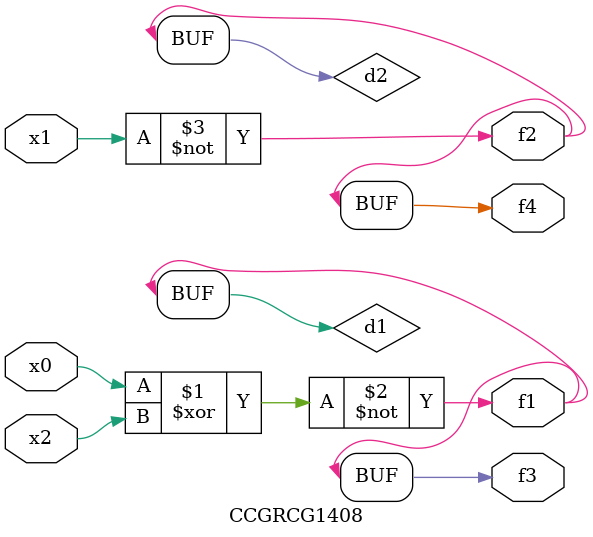
<source format=v>
module CCGRCG1408(
	input x0, x1, x2,
	output f1, f2, f3, f4
);

	wire d1, d2, d3;

	xnor (d1, x0, x2);
	nand (d2, x1);
	nor (d3, x1, x2);
	assign f1 = d1;
	assign f2 = d2;
	assign f3 = d1;
	assign f4 = d2;
endmodule

</source>
